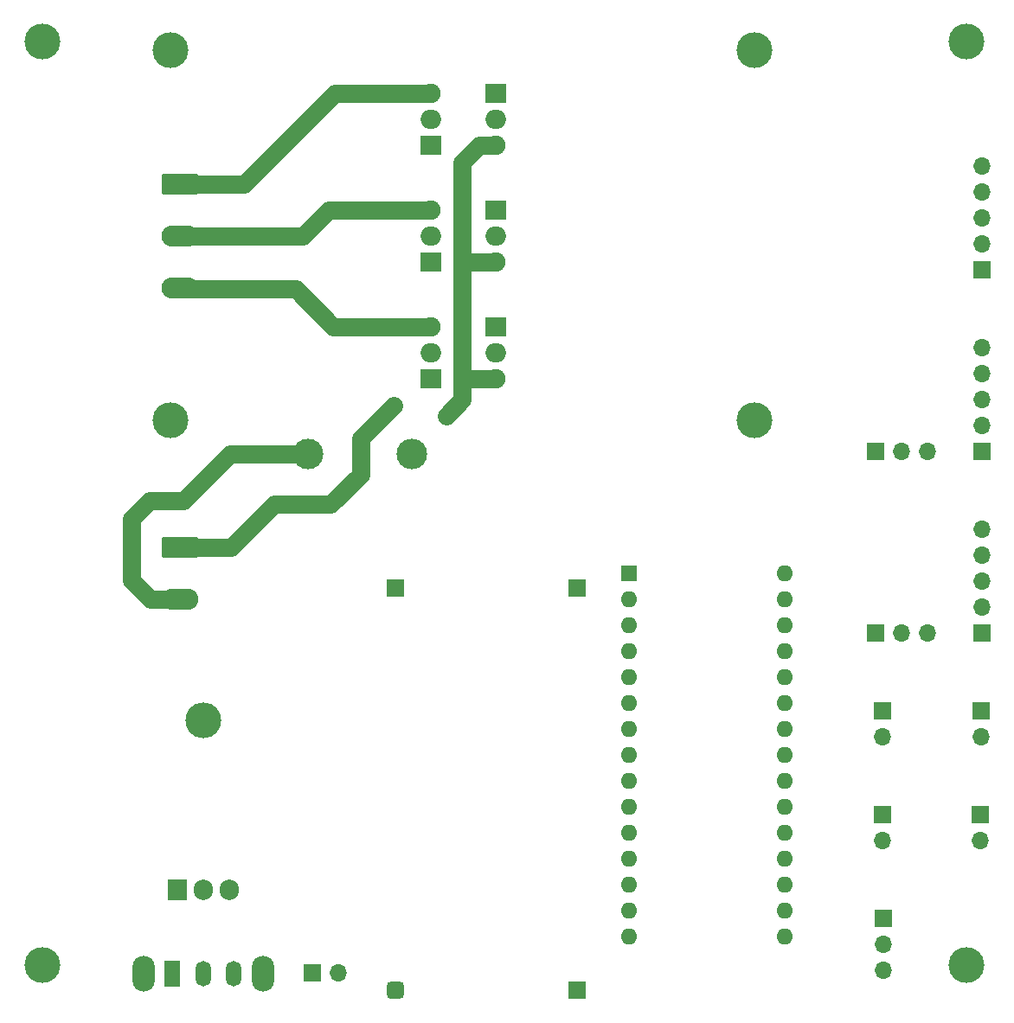
<source format=gbs>
G04 #@! TF.GenerationSoftware,KiCad,Pcbnew,(6.0.8)*
G04 #@! TF.CreationDate,2023-06-08T11:40:43-03:00*
G04 #@! TF.ProjectId,EcoMaua_BLDC_Controller_v0,45636f4d-6175-4615-9f42-4c44435f436f,rev?*
G04 #@! TF.SameCoordinates,Original*
G04 #@! TF.FileFunction,Soldermask,Bot*
G04 #@! TF.FilePolarity,Negative*
%FSLAX46Y46*%
G04 Gerber Fmt 4.6, Leading zero omitted, Abs format (unit mm)*
G04 Created by KiCad (PCBNEW (6.0.8)) date 2023-06-08 11:40:43*
%MOMM*%
%LPD*%
G01*
G04 APERTURE LIST*
G04 Aperture macros list*
%AMRoundRect*
0 Rectangle with rounded corners*
0 $1 Rounding radius*
0 $2 $3 $4 $5 $6 $7 $8 $9 X,Y pos of 4 corners*
0 Add a 4 corners polygon primitive as box body*
4,1,4,$2,$3,$4,$5,$6,$7,$8,$9,$2,$3,0*
0 Add four circle primitives for the rounded corners*
1,1,$1+$1,$2,$3*
1,1,$1+$1,$4,$5*
1,1,$1+$1,$6,$7*
1,1,$1+$1,$8,$9*
0 Add four rect primitives between the rounded corners*
20,1,$1+$1,$2,$3,$4,$5,0*
20,1,$1+$1,$4,$5,$6,$7,0*
20,1,$1+$1,$6,$7,$8,$9,0*
20,1,$1+$1,$8,$9,$2,$3,0*%
G04 Aperture macros list end*
%ADD10C,1.750000*%
%ADD11O,2.200000X3.500000*%
%ADD12R,1.500000X2.500000*%
%ADD13O,1.500000X2.500000*%
%ADD14R,1.700000X1.700000*%
%ADD15O,1.700000X1.700000*%
%ADD16C,3.500000*%
%ADD17R,1.600000X1.600000*%
%ADD18O,1.600000X1.600000*%
%ADD19O,3.500000X3.500000*%
%ADD20R,1.905000X2.000000*%
%ADD21O,1.905000X2.000000*%
%ADD22RoundRect,0.425000X0.425000X-0.425000X0.425000X0.425000X-0.425000X0.425000X-0.425000X-0.425000X0*%
%ADD23RoundRect,0.249999X-1.550001X0.790001X-1.550001X-0.790001X1.550001X-0.790001X1.550001X0.790001X0*%
%ADD24O,3.600000X2.080000*%
%ADD25C,3.000000*%
%ADD26O,3.000000X3.000000*%
%ADD27R,2.000000X1.905000*%
%ADD28O,2.000000X1.905000*%
%ADD29C,1.905000*%
G04 APERTURE END LIST*
D10*
X132440000Y-81960000D02*
X132440000Y-85460000D01*
X109990000Y-95840000D02*
X109990000Y-89830000D01*
X124010000Y-88380000D02*
X129520000Y-88380000D01*
X129780000Y-71030000D02*
X139340000Y-71030000D01*
X142730000Y-64680000D02*
X145690000Y-64680000D01*
X119660000Y-83480000D02*
X115120000Y-88020000D01*
X129320000Y-59600000D02*
X139340000Y-59600000D01*
X127260000Y-83480000D02*
X119660000Y-83480000D01*
X129900000Y-48200000D02*
X138760000Y-48200000D01*
X126070000Y-67320000D02*
X129780000Y-71030000D01*
X109990000Y-89830000D02*
X111800000Y-88020000D01*
X114740000Y-57060000D02*
X121040000Y-57060000D01*
X142400000Y-78140000D02*
X140830000Y-79720000D01*
X114780000Y-97700000D02*
X111850000Y-97700000D01*
X129510000Y-88390000D02*
X132440000Y-85460000D01*
X142760000Y-76110000D02*
X145690000Y-76110000D01*
X119770000Y-92620000D02*
X124010000Y-88380000D01*
X142400000Y-54950000D02*
X142400000Y-78140000D01*
X114740000Y-62140000D02*
X126780000Y-62140000D01*
X111850000Y-97700000D02*
X109990000Y-95840000D01*
X126780000Y-62140000D02*
X129320000Y-59600000D01*
X144100000Y-53250000D02*
X142400000Y-54950000D01*
X111800000Y-88020000D02*
X115130000Y-88020000D01*
X135650000Y-78750000D02*
X132440000Y-81960000D01*
X121030000Y-57070000D02*
X129900000Y-48200000D01*
X114840000Y-67320000D02*
X126070000Y-67320000D01*
X114780000Y-92620000D02*
X119770000Y-92620000D01*
X145690000Y-53250000D02*
X144100000Y-53250000D01*
D11*
X122868000Y-134333500D03*
X111168000Y-134333500D03*
D12*
X114018000Y-134333500D03*
D13*
X117018000Y-134333500D03*
X120018000Y-134333500D03*
D14*
X183500000Y-108626000D03*
D15*
X183500000Y-111166000D03*
D16*
X113852700Y-80153600D03*
D14*
X193218000Y-65451000D03*
D15*
X193218000Y-62911000D03*
X193218000Y-60371000D03*
X193218000Y-57831000D03*
X193218000Y-55291000D03*
D17*
X158674000Y-95174000D03*
D18*
X158674000Y-97714000D03*
X158674000Y-100254000D03*
X158674000Y-102794000D03*
X158674000Y-105334000D03*
X158674000Y-107874000D03*
X158674000Y-110414000D03*
X158674000Y-112954000D03*
X158674000Y-115494000D03*
X158674000Y-118034000D03*
X158674000Y-120574000D03*
X158674000Y-123114000D03*
X158674000Y-125654000D03*
X158674000Y-128194000D03*
X158674000Y-130734000D03*
X173914000Y-130734000D03*
X173914000Y-128194000D03*
X173914000Y-125654000D03*
X173914000Y-123114000D03*
X173914000Y-120574000D03*
X173914000Y-118034000D03*
X173914000Y-115494000D03*
X173914000Y-112954000D03*
X173914000Y-110414000D03*
X173914000Y-107874000D03*
X173914000Y-105334000D03*
X173914000Y-102794000D03*
X173914000Y-100254000D03*
X173914000Y-97714000D03*
X173914000Y-95174000D03*
D16*
X191694000Y-133528000D03*
D19*
X117018000Y-109502000D03*
D20*
X114478000Y-126162000D03*
D21*
X117018000Y-126162000D03*
X119558000Y-126162000D03*
D16*
X171002700Y-43958600D03*
D14*
X193218000Y-83236000D03*
D15*
X193218000Y-80696000D03*
X193218000Y-78156000D03*
X193218000Y-75616000D03*
X193218000Y-73076000D03*
D16*
X113852700Y-43958600D03*
X191694000Y-43104000D03*
D14*
X183500000Y-118791000D03*
D15*
X183500000Y-121331000D03*
D16*
X101270000Y-43104000D03*
D22*
X135814000Y-135941000D03*
D14*
X153594000Y-135941000D03*
X153594000Y-96571000D03*
X135814000Y-96571000D03*
D16*
X101270000Y-133528000D03*
D23*
X114771500Y-92634000D03*
D24*
X114771500Y-97714000D03*
D25*
X127255800Y-83490000D03*
D26*
X137415800Y-83490000D03*
D16*
X171002700Y-80153600D03*
D14*
X183566000Y-128971000D03*
D15*
X183566000Y-131511000D03*
X183566000Y-134051000D03*
D14*
X193218000Y-101011000D03*
D15*
X193218000Y-98471000D03*
X193218000Y-95931000D03*
X193218000Y-93391000D03*
X193218000Y-90851000D03*
D14*
X182819000Y-83241000D03*
D15*
X185359000Y-83241000D03*
X187899000Y-83241000D03*
D14*
X182819000Y-101016000D03*
D15*
X185359000Y-101016000D03*
X187899000Y-101016000D03*
D14*
X193060000Y-118791000D03*
D15*
X193060000Y-121331000D03*
D14*
X127681000Y-134290000D03*
D15*
X130221000Y-134290000D03*
D23*
X114732000Y-57074000D03*
D24*
X114732000Y-62154000D03*
X114732000Y-67234000D03*
D14*
X193136000Y-108626000D03*
D15*
X193136000Y-111166000D03*
D27*
X145680500Y-48184000D03*
D28*
X145680500Y-50724000D03*
D29*
X145680500Y-53264000D03*
D27*
X145680500Y-71044000D03*
D28*
X145680500Y-73584000D03*
D29*
X145680500Y-76124000D03*
D27*
X139330500Y-53264000D03*
D28*
X139330500Y-50724000D03*
D29*
X139330500Y-48184000D03*
D27*
X139330500Y-64694000D03*
D28*
X139330500Y-62154000D03*
D29*
X139330500Y-59614000D03*
D27*
X145680500Y-59614000D03*
D28*
X145680500Y-62154000D03*
D29*
X145680500Y-64694000D03*
D27*
X139330500Y-76124000D03*
D28*
X139330500Y-73584000D03*
D29*
X139330500Y-71044000D03*
M02*

</source>
